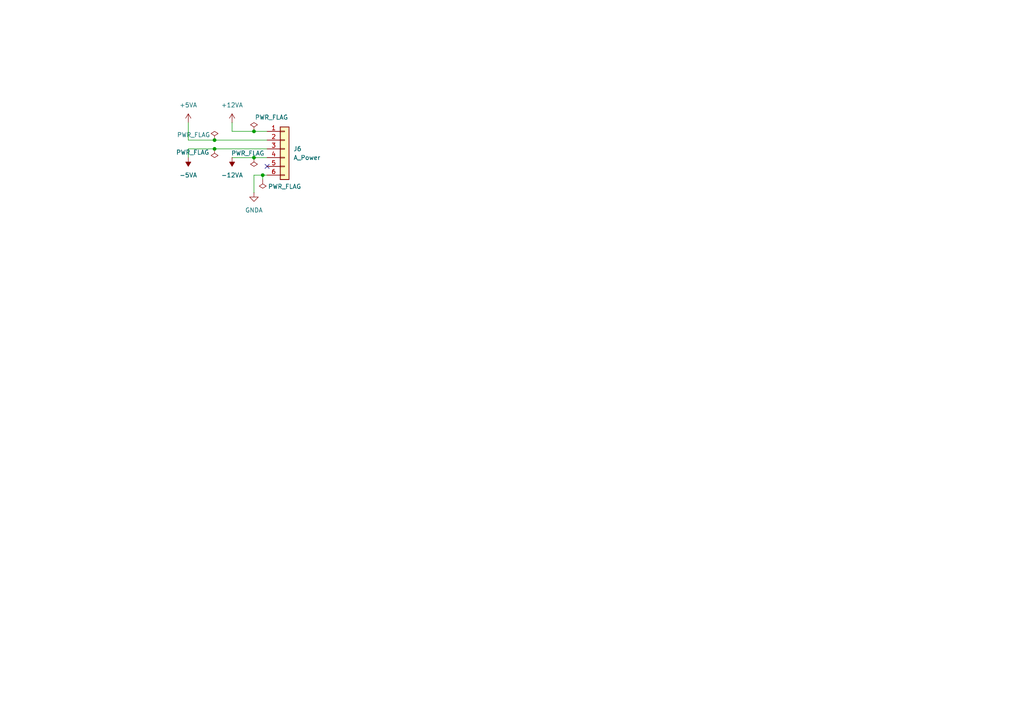
<source format=kicad_sch>
(kicad_sch (version 20250114) (generator "eeschema") (generator_version "9.0")
  (paper "A4")
  (lib_symbols
    (symbol "Connector_Generic:Conn_01x06" (pin_names (offset 1.016) (hide yes))
      (property "Reference" "J" (at 0 7.62 0))
      (property "Value" "Conn_01x06" (at 0 -10.16 0))
      (symbol "Conn_01x06_1_1"
        (rectangle (start -1.27 6.35) (end 1.27 -8.89) (stroke (width 0.254)) (fill (type background)))
        (rectangle (start -1.27 5.207) (end 0 4.953) (stroke (width 0.1524)))
        (rectangle (start -1.27 2.667) (end 0 2.413) (stroke (width 0.1524)))
        (rectangle (start -1.27 0.127) (end 0 -0.127) (stroke (width 0.1524)))
        (rectangle (start -1.27 -2.413) (end 0 -2.667) (stroke (width 0.1524)))
        (rectangle (start -1.27 -4.953) (end 0 -5.207) (stroke (width 0.1524)))
        (rectangle (start -1.27 -7.493) (end 0 -7.747) (stroke (width 0.1524)))
        (pin passive line (at -5.08 5.08 0) (length 3.81) (name "Pin_1") (number "1"))
        (pin passive line (at -5.08 2.54 0) (length 3.81) (name "Pin_2") (number "2"))
        (pin passive line (at -5.08 0 0) (length 3.81) (name "Pin_3") (number "3"))
        (pin passive line (at -5.08 -2.54 0) (length 3.81) (name "Pin_4") (number "4"))
        (pin passive line (at -5.08 -5.08 0) (length 3.81) (name "Pin_5") (number "5"))
        (pin passive line (at -5.08 -7.62 0) (length 3.81) (name "Pin_6") (number "6"))
      )
    )
    (symbol "power:+12VA" (power) (pin_numbers (hide yes)) (pin_names (offset 0) (hide yes))
      (property "Value" "+12VA" (at 0 3.556 0))
      (symbol "+12VA_0_1"
        (polyline (pts (xy -0.762 1.27) (xy 0 2.54)))
        (polyline (pts (xy 0 2.54) (xy 0.762 1.27)))
        (polyline (pts (xy 0 0) (xy 0 2.54)))
      )
      (symbol "+12VA_1_1"
        (pin power_in line (at 0 0 90) (length 0) (name "~") (number "1"))
      )
    )
    (symbol "power:+5VA" (power) (pin_numbers (hide yes)) (pin_names (offset 0) (hide yes))
      (property "Value" "+5VA" (at 0 3.556 0))
      (symbol "+5VA_0_1"
        (polyline (pts (xy -0.762 1.27) (xy 0 2.54)))
        (polyline (pts (xy 0 2.54) (xy 0.762 1.27)))
        (polyline (pts (xy 0 0) (xy 0 2.54)))
      )
      (symbol "+5VA_1_1"
        (pin power_in line (at 0 0 90) (length 0) (name "~") (number "1"))
      )
    )
    (symbol "power:-12VA" (power) (pin_numbers (hide yes)) (pin_names (offset 0) (hide yes))
      (property "Value" "-12VA" (at 0 3.556 0))
      (symbol "-12VA_0_0"
        (pin power_in line (at 0 0 90) (length 0) (name "~") (number "1"))
      )
      (symbol "-12VA_0_1"
        (polyline (pts (xy 0 0) (xy 0 1.27) (xy 0.762 1.27) (xy 0 2.54) (xy -0.762 1.27) (xy 0 1.27)) (fill (type outline)))
      )
    )
    (symbol "power:-5VA" (power) (pin_numbers (hide yes)) (pin_names (offset 0) (hide yes))
      (property "Value" "-5VA" (at 0 3.556 0))
      (symbol "-5VA_0_0"
        (pin power_in line (at 0 0 90) (length 0) (name "~") (number "1"))
      )
      (symbol "-5VA_0_1"
        (polyline (pts (xy 0 0) (xy 0 1.27) (xy 0.762 1.27) (xy 0 2.54) (xy -0.762 1.27) (xy 0 1.27)) (fill (type outline)))
      )
    )
    (symbol "power:GNDA" (power) (pin_numbers (hide yes)) (pin_names (offset 0) (hide yes))
      (property "Value" "GNDA" (at 0 -3.81 0))
      (symbol "GNDA_0_1"
        (polyline (pts (xy 0 0) (xy 0 -1.27) (xy 1.27 -1.27) (xy 0 -2.54) (xy -1.27 -1.27) (xy 0 -1.27)))
      )
      (symbol "GNDA_1_1"
        (pin power_in line (at 0 0 270) (length 0) (name "~") (number "1"))
      )
    )
    (symbol "power:PWR_FLAG" (power) (pin_numbers (hide yes)) (pin_names (offset 0) (hide yes))
      (property "Value" "PWR_FLAG" (at 0 3.81 0))
      (symbol "PWR_FLAG_0_0"
        (pin power_out line (at 0 0 90) (length 0) (name "~") (number "1"))
      )
      (symbol "PWR_FLAG_0_1"
        (polyline (pts (xy 0 0) (xy 0 1.27) (xy -1.016 1.905) (xy 0 2.54) (xy 1.016 1.905) (xy 0 1.27)))
      )
    )
  )
  (junction (at 73.66 45.72))
  (junction (at 62.23 43.18))
  (junction (at 62.23 40.64))
  (junction (at 73.66 38.1))
  (junction (at 76.2 50.8))
  (no_connect (at 77.47 48.26))
  (wire (pts (xy 77.47 43.18) (xy 62.23 43.18)))
  (wire (pts (xy 62.23 40.64) (xy 54.61 40.64)))
  (wire (pts (xy 62.23 43.18) (xy 54.61 43.18)))
  (wire (pts (xy 73.66 50.8) (xy 73.66 55.88)))
  (wire (pts (xy 73.66 45.72) (xy 77.47 45.72)))
  (wire (pts (xy 76.2 52.07) (xy 76.2 50.8)))
  (wire (pts (xy 67.31 38.1) (xy 67.31 35.56)))
  (wire (pts (xy 67.31 45.72) (xy 73.66 45.72)))
  (wire (pts (xy 77.47 40.64) (xy 62.23 40.64)))
  (wire (pts (xy 77.47 50.8) (xy 76.2 50.8)))
  (wire (pts (xy 77.47 38.1) (xy 73.66 38.1)))
  (wire (pts (xy 54.61 40.64) (xy 54.61 35.56)))
  (wire (pts (xy 76.2 50.8) (xy 73.66 50.8)))
  (wire (pts (xy 54.61 43.18) (xy 54.61 45.72)))
  (wire (pts (xy 73.66 38.1) (xy 67.31 38.1)))
  (symbol (lib_id "power:+5VA") (at 54.61 35.56 0) (unit 1)
    (property "Reference" "#PWR099" (effects (hide yes)))
    (property "Value" "+5VA" (at 54.61 30.48 0))
    (property "Description" "Power symbol creates a global label with name \"+5VA\"" (effects (hide yes)))
  )
  (symbol (lib_id "power:-5VA") (at 54.61 45.72 180) (unit 1)
    (property "Reference" "#PWR0100" (effects (hide yes)))
    (property "Value" "-5VA" (at 54.61 50.8 0))
    (property "Description" "Power symbol creates a global label with name \"-5VA\"" (effects (hide yes)))
  )
  (symbol (lib_id "power:PWR_FLAG") (at 73.66 45.72 180) (unit 1)
    (property "Reference" "#FLG06" (effects (hide yes)))
    (property "Value" "PWR_FLAG" (at 71.882 44.45 0))
    (property "Description" "Special symbol for telling ERC where power comes from" (effects (hide yes)))
  )
  (symbol (lib_id "power:PWR_FLAG") (at 62.23 40.64 0) (unit 1)
    (property "Reference" "#FLG03" (effects (hide yes)))
    (property "Value" "PWR_FLAG" (at 56.134 39.116 0))
    (property "Description" "Special symbol for telling ERC where power comes from" (effects (hide yes)))
  )
  (symbol (lib_id "power:+12VA") (at 67.31 35.56 0) (unit 1)
    (property "Reference" "#PWR0108" (effects (hide yes)))
    (property "Value" "+12VA" (at 67.31 30.48 0))
    (property "Description" "Power symbol creates a global label with name \"+12VA\"" (effects (hide yes)))
  )
  (symbol (lib_id "power:-12VA") (at 67.31 45.72 180) (unit 1)
    (property "Reference" "#PWR0109" (effects (hide yes)))
    (property "Value" "-12VA" (at 67.31 50.8 0))
    (property "Description" "Power symbol creates a global label with name \"-12VA\"" (effects (hide yes)))
  )
  (symbol (lib_id "power:GNDA") (at 73.66 55.88 0) (unit 1)
    (property "Reference" "#PWR0110" (effects (hide yes)))
    (property "Value" "GNDA" (at 73.66 60.96 0))
    (property "Description" "Power symbol creates a global label with name \"GNDA\" , analog ground" (effects (hide yes)))
  )
  (symbol (lib_id "Connector_Generic:Conn_01x06") (at 82.55 43.18 0) (unit 1)
    (property "Reference" "J6" (at 85.09 43.1799 0) (effects (justify left)))
    (property "Value" "A_Power" (at 85.09 45.7199 0) (effects (justify left)))
    (property "Footprint" "Connector_PinHeader_2.54mm:PinHeader_1x06_P2.54mm_Vertical" (effects (hide yes)))
    (property "Description" "Generic connector, single row, 01x06, script generated (kicad-library-utils/schlib/autogen/connector/)" (effects (hide yes)))
  )
  (symbol (lib_id "power:PWR_FLAG") (at 73.66 38.1 0) (unit 1)
    (property "Reference" "#FLG05" (effects (hide yes)))
    (property "Value" "PWR_FLAG" (at 78.74 34.036 0))
    (property "Description" "Special symbol for telling ERC where power comes from" (effects (hide yes)))
  )
  (symbol (lib_id "power:PWR_FLAG") (at 62.23 43.18 180) (unit 1)
    (property "Reference" "#FLG04" (effects (hide yes)))
    (property "Value" "PWR_FLAG" (at 55.88 44.196 0))
    (property "Description" "Special symbol for telling ERC where power comes from" (effects (hide yes)))
  )
  (symbol (lib_id "power:PWR_FLAG") (at 76.2 52.07 180) (unit 1)
    (property "Reference" "#FLG07" (effects (hide yes)))
    (property "Value" "PWR_FLAG" (at 82.55 54.102 0))
    (property "Description" "Special symbol for telling ERC where power comes from" (effects (hide yes)))
  )
)
</source>
